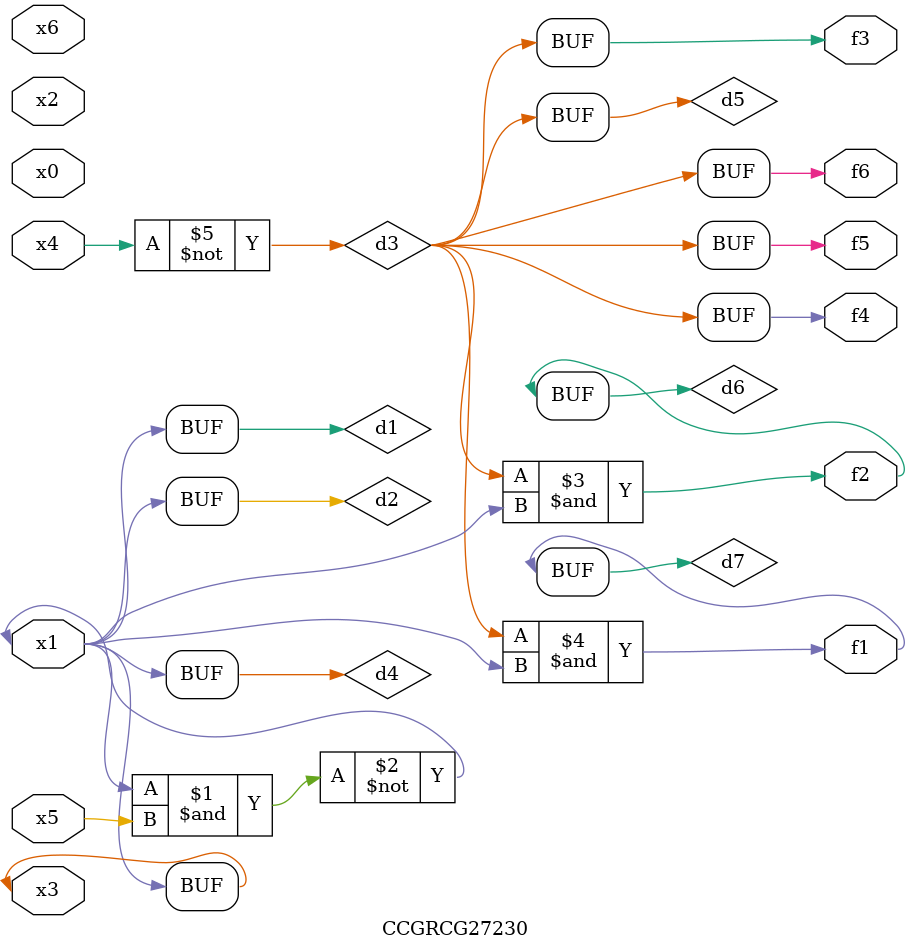
<source format=v>
module CCGRCG27230(
	input x0, x1, x2, x3, x4, x5, x6,
	output f1, f2, f3, f4, f5, f6
);

	wire d1, d2, d3, d4, d5, d6, d7;

	buf (d1, x1, x3);
	nand (d2, x1, x5);
	not (d3, x4);
	buf (d4, d1, d2);
	buf (d5, d3);
	and (d6, d3, d4);
	and (d7, d3, d4);
	assign f1 = d7;
	assign f2 = d6;
	assign f3 = d5;
	assign f4 = d5;
	assign f5 = d5;
	assign f6 = d5;
endmodule

</source>
